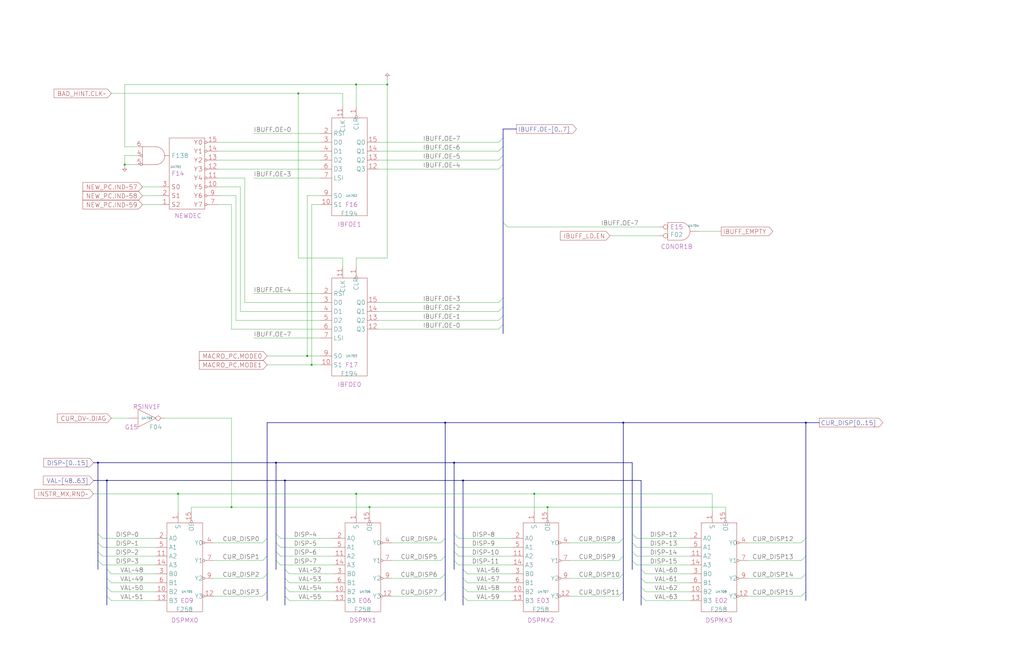
<source format=kicad_sch>
(kicad_sch (version 20250114) (generator "eeschema") (generator_version "9.0")
  (paper "User" 584.2 378.46)
  (title_block (title "IBUFF OE'S & DISP SELECT") (date "22-MAY-90") (rev "1.0") (comment 1 "SEQUENCER") (comment 2 "232-003064") (comment 3 "S400") (comment 4 "RELEASED"))
  (lib_symbols
    (symbol "r1000:F02" (pin_numbers (hide yes)) (pin_names (hide yes))
      (property "Reference" "U" (at 12.16 0.635 0))
      (property "Value" "F02" (at -1.27 -4.445 0))
      (property "Location" "___" (at 2.54 0 0))
      (property "Name" "______" (at 2.54 -12.7 0))
      (symbol "F02_0_1"
        (arc (start -3.81 2.54) (mid -2.9847 -2.54) (end -3.81 -7.62) (stroke (width 0.1524)))
        (polyline (pts (xy -5.08 0) (xy -3.175 0)) (stroke (width 0.1524)))
        (polyline (pts (xy -5.08 -5.08) (xy -3.175 -5.08)) (stroke (width 0.1524)))
        (polyline (pts (xy -3.81 2.54) (xy 2.54 2.54)) (stroke (width 0.1524)))
        (polyline (pts (xy -3.81 -7.62) (xy 2.54 -7.62)) (stroke (width 0.1524)))
        (arc (start 2.54 2.54) (mid 6.9477 0.8966) (end 10.16 -2.54) (stroke (width 0.1524)))
        (arc (start 10.16 -2.54) (mid 6.9515 -5.9823) (end 2.54 -7.62) (stroke (width 0.1524)))
        (circle (center 11.43 -2.54) (radius 1.27) (stroke (width 0.1524)))
        (polyline (pts (xy 13.97 -2.54) (xy 12.7 -2.54)) (stroke (width 0.1524)))
      )
      (symbol "F02_0_2"
        (circle (center -3.81 0) (radius 1.27) (stroke (width 0.1524)))
        (circle (center -3.81 -5.08) (radius 1.27) (stroke (width 0.1524)))
        (polyline (pts (xy -2.54 2.54) (xy -2.54 -7.62)) (stroke (width 0.1524)))
        (polyline (pts (xy -2.54 2.54) (xy 5.08 2.54)) (stroke (width 0.1524)))
        (polyline (pts (xy -2.54 -7.62) (xy 5.08 -7.62)) (stroke (width 0.1524)))
        (arc (start 5.08 2.54) (mid 10.1281 -2.54) (end 5.08 -7.62) (stroke (width 0.1524)))
        (polyline (pts (xy 11.43 -2.54) (xy 10.16 -2.54)) (stroke (width 0.1524)))
        (polyline (pts (xy 11.43 -2.54) (xy 12.7 -2.54)) (stroke (width 0.1524)))
      )
      (symbol "F02_1_1"
        (pin input line (at -7.62 0 0) (length 2.54) (name "D0") (number "1"))
        (pin input line (at -7.62 -5.08 0) (length 2.54) (name "D1") (number "2"))
        (pin output line (at 15.24 -2.54 180) (length 1.27) (name "Q") (number "3"))
      )
      (symbol "F02_1_2"
        (pin input line (at -7.62 0 0) (length 2.54) (name "D0") (number "1"))
        (pin input line (at -7.62 -5.08 0) (length 2.54) (name "D1") (number "2"))
        (pin output line (at 15.24 -2.54 180) (length 2.54) (name "Q") (number "3"))
      )
    )
    (symbol "r1000:F04" (pin_numbers (hide yes)) (pin_names (hide yes))
      (property "Reference" "U" (at 0 0 0))
      (property "Value" "F04" (at 1.27 -5.08 0))
      (property "Location" "___" (at -12.7 -5.08 0))
      (property "Name" "______" (at 0 5.08 0))
      (symbol "F04_0_1"
        (polyline (pts (xy -7.62 0) (xy -5.08 0)) (stroke (width 0.1524)))
        (polyline (pts (xy -5.08 5.08) (xy -5.08 -5.08)) (stroke (width 0.1524)))
        (polyline (pts (xy 5.08 0) (xy -5.08 5.08)) (stroke (width 0.1524)))
        (polyline (pts (xy 5.08 0) (xy -5.08 -5.08)) (stroke (width 0.1524)))
        (circle (center 6.35 0) (radius 1.27) (stroke (width 0.1524)))
      )
      (symbol "F04_1_1"
        (pin input line (at -10.16 0 0) (length 2.54) (name "D0") (number "1"))
        (pin output line (at 10.16 0 180) (length 2.54) (name "Q") (number "2"))
      )
    )
    (symbol "r1000:F138" (pin_names (offset 1.016) (hide yes))
      (property "Reference" "U" (at 1.27 3.81 0))
      (property "Value" "F138" (at -1.27 10.16 0))
      (property "Location" "___" (at -1.27 0 0))
      (property "Name" "______" (at 8.255 -24.13 0))
      (symbol "F138_0_0"
        (polyline (pts (xy -17.78 15.24) (xy -10.16 15.24)) (stroke (width 0.1524)))
        (polyline (pts (xy -17.78 5.08) (xy -10.16 5.08)) (stroke (width 0.1524)))
        (arc (start -10.16 15.24) (mid -6.5679 13.7521) (end -5.08 10.16) (stroke (width 0.1524)))
        (arc (start -5.08 10.16) (mid -6.5679 6.5679) (end -10.16 5.08) (stroke (width 0.1524)))
      )
      (symbol "F138_0_1"
        (polyline (pts (xy -19.05 15.24) (xy -17.78 15.24)) (stroke (width 0.1524)))
        (circle (center -18.415 10.16) (radius 0.635) (stroke (width 0.1524)))
        (circle (center -18.415 5.08) (radius 0.635) (stroke (width 0.1524)))
        (polyline (pts (xy -17.78 15.24) (xy -17.78 5.08)) (stroke (width 0.1524)))
        (rectangle (start -2.54 20.32) (end 17.78 -20.32) (stroke (width 0.1524)))
        (polyline (pts (xy -2.54 10.16) (xy -5.08 10.16)) (stroke (width 0.1524)))
      )
      (symbol "F138_1_1"
        (circle (center 18.415 17.78) (radius 0.635))
        (circle (center 18.415 12.7) (radius 0.635))
        (circle (center 18.415 7.62) (radius 0.635))
        (circle (center 18.415 2.54) (radius 0.635))
        (circle (center 18.415 -2.54) (radius 0.635))
        (circle (center 18.415 -7.62) (radius 0.635))
        (circle (center 18.415 -12.7) (radius 0.635))
        (circle (center 18.415 -17.78) (radius 0.635))
        (text "S" (at 0 -7.62 0) (effects (font (size 2.54 2.54))))
        (text "S" (at 0 -12.7 0) (effects (font (size 2.54 2.54))))
        (text "S" (at 0 -17.78 0) (effects (font (size 2.54 2.54))))
        (text "0" (at 2.54 -7.62 0) (effects (font (size 2.54 2.54))))
        (text "1" (at 2.54 -12.7 0) (effects (font (size 2.54 2.54))))
        (text "2" (at 2.54 -17.78 0) (effects (font (size 2.54 2.54))))
        (text "Y" (at 12.7 17.78 0) (effects (font (size 2.54 2.54))))
        (text "Y" (at 12.7 12.7 0) (effects (font (size 2.54 2.54))))
        (text "Y" (at 12.7 7.62 0) (effects (font (size 2.54 2.54))))
        (text "Y" (at 12.7 2.54 0) (effects (font (size 2.54 2.54))))
        (text "Y" (at 12.7 -2.54 0) (effects (font (size 2.54 2.54))))
        (text "Y" (at 12.7 -7.62 0) (effects (font (size 2.54 2.54))))
        (text "Y" (at 12.7 -12.7 0) (effects (font (size 2.54 2.54))))
        (text "Y" (at 12.7 -17.78 0) (effects (font (size 2.54 2.54))))
        (text "0" (at 15.24 17.78 0) (effects (font (size 2.54 2.54))))
        (text "1" (at 15.24 12.7 0) (effects (font (size 2.54 2.54))))
        (text "2" (at 15.24 7.62 0) (effects (font (size 2.54 2.54))))
        (text "3" (at 15.24 2.54 0) (effects (font (size 2.54 2.54))))
        (text "4" (at 15.24 -2.54 0) (effects (font (size 2.54 2.54))))
        (text "5" (at 15.24 -7.62 0) (effects (font (size 2.54 2.54))))
        (text "6" (at 15.24 -12.7 0) (effects (font (size 2.54 2.54))))
        (text "7" (at 15.24 -17.78 0) (effects (font (size 2.54 2.54))))
        (pin input line (at -20.32 15.24 0) (length 1.27) (name "D0") (number "6"))
        (pin input line (at -20.32 10.16 0) (length 1.27) (name "D1") (number "4"))
        (pin input line (at -20.32 5.08 0) (length 1.27) (name "D2") (number "5"))
        (pin input line (at -7.62 -7.62 0) (length 5.08) (name "S0") (number "3"))
        (pin input line (at -7.62 -12.7 0) (length 5.08) (name "S1") (number "2"))
        (pin input line (at -7.62 -17.78 0) (length 5.08) (name "S2") (number "1"))
        (pin output line (at 25.4 17.78 180) (length 6.35) (name "Y0_") (number "15"))
        (pin output line (at 25.4 12.7 180) (length 6.35) (name "Y1_") (number "14"))
        (pin output line (at 25.4 7.62 180) (length 6.35) (name "Y2_") (number "13"))
        (pin output line (at 25.4 2.54 180) (length 6.35) (name "Y3_") (number "12"))
        (pin output line (at 25.4 -2.54 180) (length 6.35) (name "Y4_") (number "11"))
        (pin output line (at 25.4 -7.62 180) (length 6.35) (name "Y5_") (number "10"))
        (pin output line (at 25.4 -12.7 180) (length 6.35) (name "Y6_") (number "9"))
        (pin output line (at 25.4 -17.78 180) (length 6.35) (name "Y7_") (number "7"))
      )
    )
    (symbol "r1000:F194" (pin_names (offset 1.016))
      (property "Reference" "U" (at 2.54 5.08 0))
      (property "Value" "F194" (at -3.81 -5.08 0))
      (property "Location" "___" (at -1.27 0 0))
      (property "Name" "______" (at 1.27 -12.7 0))
      (symbol "F194_1_1"
        (rectangle (start -8.89 49.53) (end 11.43 -6.35))
        (circle (center 5.08 50.165) (radius 0.635))
        (pin input line (at -15.24 40.64 0) (length 6.35) (name "RSI") (number "2"))
        (pin input line (at -15.24 35.56 0) (length 6.35) (name "D0") (number "3"))
        (pin input line (at -15.24 30.48 0) (length 6.35) (name "D1") (number "4"))
        (pin input line (at -15.24 25.4 0) (length 6.35) (name "D2") (number "5"))
        (pin input line (at -15.24 20.32 0) (length 6.35) (name "D3") (number "6"))
        (pin input line (at -15.24 15.24 0) (length 6.35) (name "LSI") (number "7"))
        (pin input line (at -15.24 5.08 0) (length 6.35) (name "S0") (number "9"))
        (pin input line (at -15.24 0 0) (length 6.35) (name "S1") (number "10"))
        (pin input line (at -2.54 55.88 270) (length 6.35) (name "CLK") (number "11"))
        (pin input line (at 5.08 55.88 270) (length 5.08) (name "CLR") (number "1"))
        (pin output line (at 17.78 35.56 180) (length 6.35) (name "Q0") (number "15"))
        (pin output line (at 17.78 30.48 180) (length 6.35) (name "Q1") (number "14"))
        (pin output line (at 17.78 25.4 180) (length 6.35) (name "Q2") (number "13"))
        (pin output line (at 17.78 20.32 180) (length 6.35) (name "Q3") (number "12"))
      )
    )
    (symbol "r1000:F258" (pin_names (offset 1.016))
      (property "Reference" "U" (at 2.54 5.08 0))
      (property "Value" "F258" (at -3.81 -5.08 0))
      (property "Location" "___" (at -1.27 0 0))
      (property "Name" "______" (at 1.27 -12.7 0))
      (symbol "F258_1_1"
        (rectangle (start -8.89 44.45) (end 11.43 -6.35))
        (circle (center 5.08 45.085) (radius 0.635))
        (circle (center 12.065 33.02) (radius 0.635))
        (circle (center 12.065 22.86) (radius 0.635))
        (circle (center 12.065 12.7) (radius 0.635))
        (circle (center 12.065 2.54) (radius 0.635))
        (pin input line (at -15.24 35.56 0) (length 6.35) (name "A0") (number "2"))
        (pin input line (at -15.24 30.48 0) (length 6.35) (name "A1") (number "5"))
        (pin input line (at -15.24 25.4 0) (length 6.35) (name "A2") (number "11"))
        (pin input line (at -15.24 20.32 0) (length 6.35) (name "A3") (number "14"))
        (pin input line (at -15.24 15.24 0) (length 6.35) (name "B0") (number "3"))
        (pin input line (at -15.24 10.16 0) (length 6.35) (name "B1") (number "6"))
        (pin input line (at -15.24 5.08 0) (length 6.35) (name "B2") (number "10"))
        (pin input line (at -15.24 0 0) (length 6.35) (name "B3") (number "13"))
        (pin input line (at -2.54 50.8 270) (length 6.35) (name "S") (number "1"))
        (pin input line (at 5.08 50.8 270) (length 5.08) (name "OE") (number "15"))
        (pin tri_state line (at 17.78 33.02 180) (length 5.08) (name "Y0") (number "4"))
        (pin tri_state line (at 17.78 22.86 180) (length 5.08) (name "Y1") (number "7"))
        (pin tri_state line (at 17.78 12.7 180) (length 5.08) (name "Y2") (number "9"))
        (pin tri_state line (at 17.78 2.54 180) (length 5.08) (name "Y3") (number "12"))
      )
    )
    (symbol "r1000:PD" (power) (pin_numbers (hide yes)) (pin_names (hide yes)) (in_bom no)
      (symbol "PD_0_1"
        (polyline (pts (xy 0 -2.54) (xy 1.27 -2.54) (xy 0 -3.81) (xy -1.27 -2.54) (xy 0 -2.54)) (stroke (width 0.1524)))
      )
      (symbol "PD_1_1"
        (pin power_in line (at 0 0 270) (length 2.54) (name "PD") (number "1"))
      )
    )
    (symbol "r1000:PU" (power) (pin_numbers (hide yes)) (pin_names (hide yes))
      (symbol "PU_0_1"
        (polyline (pts (xy 0 2.54) (xy -1.27 2.54) (xy 0 3.81) (xy 1.27 2.54) (xy 0 2.54)) (stroke (width 0.1524)))
      )
      (symbol "PU_1_1"
        (pin power_in line (at 0 0 90) (length 2.54) (name "PU") (number "1"))
      )
    )
  )
  (junction (at 55.88 264.16))
  (junction (at 203.2 281.94))
  (junction (at 175.26 203.2))
  (junction (at 60.96 274.32))
  (junction (at 312.42 289.56))
  (junction (at 101.6 281.94))
  (junction (at 355.6 241.3))
  (junction (at 459.74 241.3))
  (junction (at 210.82 289.56))
  (junction (at 254 241.3))
  (junction (at 157.48 264.16))
  (junction (at 162.56 274.32))
  (junction (at 304.8 281.94))
  (junction (at 170.18 53.34))
  (junction (at 203.2 48.26))
  (junction (at 71.12 93.98))
  (junction (at 220.98 48.26))
  (junction (at 132.08 289.56))
  (junction (at 177.8 208.28))
  (junction (at 259.08 264.16))
  (junction (at 264.16 274.32))
  (bus_entry (at 162.56 330.2) (size 2.54 2.54))
  (bus_entry (at 55.88 309.88) (size 2.54 2.54))
  (bus_entry (at 60.96 330.2) (size 2.54 2.54))
  (bus_entry (at 55.88 304.8) (size 2.54 2.54))
  (bus_entry (at 355.6 317.5) (size -2.54 2.54))
  (bus_entry (at 157.48 314.96) (size 2.54 2.54))
  (bus_entry (at 287.02 175.26) (size -2.54 2.54))
  (bus_entry (at 259.08 320.04) (size 2.54 2.54))
  (bus_entry (at 55.88 314.96) (size 2.54 2.54))
  (bus_entry (at 259.08 304.8) (size 2.54 2.54))
  (bus_entry (at 287.02 93.98) (size -2.54 2.54))
  (bus_entry (at 365.76 325.12) (size 2.54 2.54))
  (bus_entry (at 60.96 335.28) (size 2.54 2.54))
  (bus_entry (at 162.56 325.12) (size 2.54 2.54))
  (bus_entry (at 355.6 307.34) (size -2.54 2.54))
  (bus_entry (at 459.74 307.34) (size -2.54 2.54))
  (bus_entry (at 360.68 304.8) (size 2.54 2.54))
  (bus_entry (at 259.08 314.96) (size 2.54 2.54))
  (bus_entry (at 459.74 337.82) (size -2.54 2.54))
  (bus_entry (at 287.02 127) (size 2.54 2.54))
  (bus_entry (at 360.68 309.88) (size 2.54 2.54))
  (bus_entry (at 254 337.82) (size -2.54 2.54))
  (bus_entry (at 287.02 185.42) (size -2.54 2.54))
  (bus_entry (at 264.16 335.28) (size 2.54 2.54))
  (bus_entry (at 254 307.34) (size -2.54 2.54))
  (bus_entry (at 360.68 314.96) (size 2.54 2.54))
  (bus_entry (at 355.6 337.82) (size -2.54 2.54))
  (bus_entry (at 152.4 307.34) (size -2.54 2.54))
  (bus_entry (at 459.74 317.5) (size -2.54 2.54))
  (bus_entry (at 152.4 337.82) (size -2.54 2.54))
  (bus_entry (at 360.68 320.04) (size 2.54 2.54))
  (bus_entry (at 157.48 320.04) (size 2.54 2.54))
  (bus_entry (at 254 317.5) (size -2.54 2.54))
  (bus_entry (at 287.02 180.34) (size -2.54 2.54))
  (bus_entry (at 162.56 335.28) (size 2.54 2.54))
  (bus_entry (at 55.88 320.04) (size 2.54 2.54))
  (bus_entry (at 365.76 340.36) (size 2.54 2.54))
  (bus_entry (at 287.02 83.82) (size -2.54 2.54))
  (bus_entry (at 254 327.66) (size -2.54 2.54))
  (bus_entry (at 287.02 170.18) (size -2.54 2.54))
  (bus_entry (at 287.02 88.9) (size -2.54 2.54))
  (bus_entry (at 152.4 317.5) (size -2.54 2.54))
  (bus_entry (at 459.74 327.66) (size -2.54 2.54))
  (bus_entry (at 60.96 325.12) (size 2.54 2.54))
  (bus_entry (at 264.16 340.36) (size 2.54 2.54))
  (bus_entry (at 157.48 309.88) (size 2.54 2.54))
  (bus_entry (at 152.4 327.66) (size -2.54 2.54))
  (bus_entry (at 287.02 78.74) (size -2.54 2.54))
  (bus_entry (at 365.76 335.28) (size 2.54 2.54))
  (bus_entry (at 259.08 309.88) (size 2.54 2.54))
  (bus_entry (at 264.16 330.2) (size 2.54 2.54))
  (bus_entry (at 355.6 327.66) (size -2.54 2.54))
  (bus_entry (at 60.96 340.36) (size 2.54 2.54))
  (bus_entry (at 264.16 325.12) (size 2.54 2.54))
  (bus_entry (at 157.48 304.8) (size 2.54 2.54))
  (bus_entry (at 365.76 330.2) (size 2.54 2.54))
  (bus_entry (at 162.56 340.36) (size 2.54 2.54))
  (bus (pts (xy 355.6 307.34) (xy 355.6 317.5)))
  (wire (pts (xy 195.58 152.4) (xy 195.58 147.32)))
  (bus (pts (xy 152.4 327.66) (xy 152.4 337.82)))
  (wire (pts (xy 137.16 106.68) (xy 137.16 177.8)))
  (wire (pts (xy 368.3 342.9) (xy 393.7 342.9)))
  (bus (pts (xy 259.08 309.88) (xy 259.08 314.96)))
  (bus (pts (xy 365.76 274.32) (xy 365.76 325.12)))
  (bus (pts (xy 287.02 88.9) (xy 287.02 93.98)))
  (wire (pts (xy 109.22 289.56) (xy 132.08 289.56)))
  (wire (pts (xy 210.82 289.56) (xy 312.42 289.56)))
  (wire (pts (xy 58.42 307.34) (xy 88.9 307.34)))
  (wire (pts (xy 121.92 320.04) (xy 149.86 320.04)))
  (bus (pts (xy 55.88 264.16) (xy 55.88 304.8)))
  (wire (pts (xy 195.58 53.34) (xy 195.58 60.96)))
  (bus (pts (xy 355.6 241.3) (xy 459.74 241.3)))
  (wire (pts (xy 203.2 281.94) (xy 304.8 281.94)))
  (bus (pts (xy 264.16 330.2) (xy 264.16 335.28)))
  (wire (pts (xy 223.52 309.88) (xy 251.46 309.88)))
  (wire (pts (xy 203.2 147.32) (xy 220.98 147.32)))
  (wire (pts (xy 53.34 281.94) (xy 101.6 281.94)))
  (wire (pts (xy 223.52 330.2) (xy 251.46 330.2)))
  (wire (pts (xy 58.42 322.58) (xy 88.9 322.58)))
  (bus (pts (xy 287.02 73.66) (xy 294.64 73.66)))
  (bus (pts (xy 259.08 264.16) (xy 360.68 264.16)))
  (wire (pts (xy 304.8 281.94) (xy 304.8 292.1)))
  (bus (pts (xy 152.4 241.3) (xy 254 241.3)))
  (wire (pts (xy 170.18 53.34) (xy 170.18 147.32)))
  (wire (pts (xy 63.5 332.74) (xy 88.9 332.74)))
  (wire (pts (xy 78.74 83.82) (xy 71.12 83.82)))
  (wire (pts (xy 368.3 327.66) (xy 393.7 327.66)))
  (bus (pts (xy 360.68 320.04) (xy 360.68 325.12)))
  (wire (pts (xy 160.02 322.58) (xy 190.5 322.58)))
  (bus (pts (xy 152.4 337.82) (xy 152.4 342.9)))
  (wire (pts (xy 165.1 332.74) (xy 190.5 332.74)))
  (wire (pts (xy 215.9 177.8) (xy 284.48 177.8)))
  (bus (pts (xy 355.6 241.3) (xy 355.6 307.34)))
  (wire (pts (xy 81.28 111.76) (xy 91.44 111.76)))
  (wire (pts (xy 406.4 281.94) (xy 406.4 292.1)))
  (wire (pts (xy 182.88 111.76) (xy 175.26 111.76)))
  (bus (pts (xy 60.96 274.32) (xy 60.96 325.12)))
  (wire (pts (xy 81.28 116.84) (xy 91.44 116.84)))
  (wire (pts (xy 215.9 96.52) (xy 284.48 96.52)))
  (wire (pts (xy 63.5 337.82) (xy 88.9 337.82)))
  (bus (pts (xy 55.88 320.04) (xy 55.88 325.12)))
  (wire (pts (xy 137.16 177.8) (xy 182.88 177.8)))
  (wire (pts (xy 426.72 340.36) (xy 457.2 340.36)))
  (wire (pts (xy 220.98 48.26) (xy 220.98 147.32)))
  (bus (pts (xy 287.02 83.82) (xy 287.02 88.9)))
  (bus (pts (xy 355.6 317.5) (xy 355.6 327.66)))
  (wire (pts (xy 160.02 312.42) (xy 190.5 312.42)))
  (wire (pts (xy 124.46 81.28) (xy 182.88 81.28)))
  (wire (pts (xy 101.6 281.94) (xy 101.6 292.1)))
  (wire (pts (xy 195.58 147.32) (xy 170.18 147.32)))
  (wire (pts (xy 266.7 342.9) (xy 292.1 342.9)))
  (wire (pts (xy 170.18 53.34) (xy 195.58 53.34)))
  (bus (pts (xy 53.34 264.16) (xy 55.88 264.16)))
  (bus (pts (xy 55.88 314.96) (xy 55.88 320.04)))
  (bus (pts (xy 254 317.5) (xy 254 327.66)))
  (wire (pts (xy 165.1 337.82) (xy 190.5 337.82)))
  (wire (pts (xy 152.4 208.28) (xy 177.8 208.28)))
  (wire (pts (xy 182.88 116.84) (xy 177.8 116.84)))
  (wire (pts (xy 124.46 96.52) (xy 182.88 96.52)))
  (bus (pts (xy 287.02 127) (xy 287.02 170.18)))
  (wire (pts (xy 132.08 238.76) (xy 132.08 289.56)))
  (bus (pts (xy 287.02 170.18) (xy 287.02 175.26)))
  (wire (pts (xy 261.62 312.42) (xy 292.1 312.42)))
  (bus (pts (xy 287.02 73.66) (xy 287.02 78.74)))
  (bus (pts (xy 360.68 314.96) (xy 360.68 320.04)))
  (bus (pts (xy 264.16 340.36) (xy 264.16 345.44)))
  (bus (pts (xy 459.74 307.34) (xy 459.74 317.5)))
  (wire (pts (xy 203.2 60.96) (xy 203.2 48.26)))
  (bus (pts (xy 157.48 304.8) (xy 157.48 309.88)))
  (wire (pts (xy 398.78 132.08) (xy 411.48 132.08)))
  (wire (pts (xy 215.9 81.28) (xy 284.48 81.28)))
  (bus (pts (xy 55.88 309.88) (xy 55.88 314.96)))
  (wire (pts (xy 325.12 330.2) (xy 353.06 330.2)))
  (wire (pts (xy 165.1 327.66) (xy 190.5 327.66)))
  (wire (pts (xy 124.46 116.84) (xy 132.08 116.84)))
  (wire (pts (xy 203.2 48.26) (xy 220.98 48.26)))
  (bus (pts (xy 152.4 317.5) (xy 152.4 327.66)))
  (wire (pts (xy 121.92 340.36) (xy 149.86 340.36)))
  (wire (pts (xy 414.02 289.56) (xy 414.02 292.1)))
  (wire (pts (xy 175.26 203.2) (xy 182.88 203.2)))
  (wire (pts (xy 152.4 203.2) (xy 175.26 203.2)))
  (wire (pts (xy 132.08 187.96) (xy 182.88 187.96)))
  (bus (pts (xy 162.56 325.12) (xy 162.56 330.2)))
  (bus (pts (xy 365.76 325.12) (xy 365.76 330.2)))
  (bus (pts (xy 157.48 314.96) (xy 157.48 320.04)))
  (wire (pts (xy 71.12 48.26) (xy 203.2 48.26)))
  (bus (pts (xy 162.56 274.32) (xy 264.16 274.32)))
  (wire (pts (xy 132.08 116.84) (xy 132.08 187.96)))
  (wire (pts (xy 160.02 317.5) (xy 190.5 317.5)))
  (wire (pts (xy 363.22 322.58) (xy 393.7 322.58)))
  (bus (pts (xy 254 307.34) (xy 254 317.5)))
  (wire (pts (xy 63.5 327.66) (xy 88.9 327.66)))
  (wire (pts (xy 175.26 111.76) (xy 175.26 203.2)))
  (bus (pts (xy 287.02 93.98) (xy 287.02 127)))
  (bus (pts (xy 259.08 264.16) (xy 259.08 304.8)))
  (bus (pts (xy 162.56 335.28) (xy 162.56 340.36)))
  (wire (pts (xy 93.98 238.76) (xy 132.08 238.76)))
  (wire (pts (xy 363.22 317.5) (xy 393.7 317.5)))
  (wire (pts (xy 261.62 317.5) (xy 292.1 317.5)))
  (bus (pts (xy 287.02 180.34) (xy 287.02 185.42)))
  (wire (pts (xy 426.72 330.2) (xy 457.2 330.2)))
  (wire (pts (xy 81.28 106.68) (xy 91.44 106.68)))
  (bus (pts (xy 55.88 304.8) (xy 55.88 309.88)))
  (wire (pts (xy 58.42 312.42) (xy 88.9 312.42)))
  (wire (pts (xy 124.46 111.76) (xy 134.62 111.76)))
  (wire (pts (xy 58.42 317.5) (xy 88.9 317.5)))
  (bus (pts (xy 365.76 335.28) (xy 365.76 340.36)))
  (bus (pts (xy 53.34 274.32) (xy 60.96 274.32)))
  (bus (pts (xy 287.02 78.74) (xy 287.02 83.82)))
  (wire (pts (xy 203.2 281.94) (xy 203.2 292.1)))
  (wire (pts (xy 71.12 83.82) (xy 71.12 48.26)))
  (bus (pts (xy 254 241.3) (xy 355.6 241.3)))
  (wire (pts (xy 215.9 172.72) (xy 284.48 172.72)))
  (wire (pts (xy 109.22 289.56) (xy 109.22 292.1)))
  (bus (pts (xy 259.08 314.96) (xy 259.08 320.04)))
  (wire (pts (xy 363.22 307.34) (xy 393.7 307.34)))
  (bus (pts (xy 60.96 330.2) (xy 60.96 335.28)))
  (wire (pts (xy 144.78 167.64) (xy 182.88 167.64)))
  (bus (pts (xy 254 327.66) (xy 254 337.82)))
  (wire (pts (xy 347.98 134.62) (xy 375.92 134.62)))
  (wire (pts (xy 368.3 332.74) (xy 393.7 332.74)))
  (wire (pts (xy 266.7 332.74) (xy 292.1 332.74)))
  (wire (pts (xy 289.56 129.54) (xy 375.92 129.54)))
  (wire (pts (xy 312.42 289.56) (xy 312.42 292.1)))
  (bus (pts (xy 355.6 327.66) (xy 355.6 337.82)))
  (bus (pts (xy 264.16 274.32) (xy 365.76 274.32)))
  (bus (pts (xy 259.08 320.04) (xy 259.08 325.12)))
  (wire (pts (xy 124.46 91.44) (xy 182.88 91.44)))
  (wire (pts (xy 121.92 330.2) (xy 149.86 330.2)))
  (wire (pts (xy 124.46 86.36) (xy 182.88 86.36)))
  (wire (pts (xy 215.9 182.88) (xy 284.48 182.88)))
  (wire (pts (xy 215.9 91.44) (xy 284.48 91.44)))
  (bus (pts (xy 157.48 264.16) (xy 157.48 304.8)))
  (wire (pts (xy 144.78 193.04) (xy 182.88 193.04)))
  (bus (pts (xy 162.56 340.36) (xy 162.56 345.44)))
  (wire (pts (xy 78.74 88.9) (xy 71.12 88.9)))
  (wire (pts (xy 124.46 101.6) (xy 139.7 101.6)))
  (bus (pts (xy 60.96 325.12) (xy 60.96 330.2)))
  (wire (pts (xy 304.8 281.94) (xy 406.4 281.94)))
  (wire (pts (xy 325.12 340.36) (xy 353.06 340.36)))
  (bus (pts (xy 152.4 307.34) (xy 152.4 317.5)))
  (wire (pts (xy 177.8 208.28) (xy 182.88 208.28)))
  (bus (pts (xy 157.48 309.88) (xy 157.48 314.96)))
  (wire (pts (xy 63.5 238.76) (xy 73.66 238.76)))
  (wire (pts (xy 210.82 289.56) (xy 210.82 292.1)))
  (wire (pts (xy 215.9 187.96) (xy 284.48 187.96)))
  (bus (pts (xy 162.56 274.32) (xy 162.56 325.12)))
  (wire (pts (xy 124.46 106.68) (xy 137.16 106.68)))
  (wire (pts (xy 177.8 116.84) (xy 177.8 208.28)))
  (bus (pts (xy 355.6 337.82) (xy 355.6 342.9)))
  (bus (pts (xy 360.68 304.8) (xy 360.68 309.88)))
  (bus (pts (xy 152.4 241.3) (xy 152.4 307.34)))
  (bus (pts (xy 264.16 335.28) (xy 264.16 340.36)))
  (wire (pts (xy 266.7 327.66) (xy 292.1 327.66)))
  (bus (pts (xy 259.08 304.8) (xy 259.08 309.88)))
  (bus (pts (xy 55.88 264.16) (xy 157.48 264.16)))
  (wire (pts (xy 121.92 309.88) (xy 149.86 309.88)))
  (bus (pts (xy 264.16 325.12) (xy 264.16 330.2)))
  (bus (pts (xy 360.68 264.16) (xy 360.68 304.8)))
  (wire (pts (xy 203.2 152.4) (xy 203.2 147.32)))
  (bus (pts (xy 157.48 320.04) (xy 157.48 325.12)))
  (bus (pts (xy 459.74 241.3) (xy 459.74 307.34)))
  (bus (pts (xy 287.02 175.26) (xy 287.02 180.34)))
  (wire (pts (xy 134.62 111.76) (xy 134.62 182.88)))
  (wire (pts (xy 134.62 182.88) (xy 182.88 182.88)))
  (bus (pts (xy 60.96 274.32) (xy 162.56 274.32)))
  (bus (pts (xy 287.02 185.42) (xy 287.02 190.5)))
  (bus (pts (xy 459.74 317.5) (xy 459.74 327.66)))
  (bus (pts (xy 365.76 340.36) (xy 365.76 345.44)))
  (wire (pts (xy 325.12 320.04) (xy 353.06 320.04)))
  (wire (pts (xy 368.3 337.82) (xy 393.7 337.82)))
  (wire (pts (xy 325.12 309.88) (xy 353.06 309.88)))
  (wire (pts (xy 261.62 307.34) (xy 292.1 307.34)))
  (wire (pts (xy 101.6 281.94) (xy 203.2 281.94)))
  (wire (pts (xy 223.52 320.04) (xy 251.46 320.04)))
  (wire (pts (xy 215.9 86.36) (xy 284.48 86.36)))
  (wire (pts (xy 139.7 101.6) (xy 139.7 172.72)))
  (wire (pts (xy 139.7 172.72) (xy 182.88 172.72)))
  (bus (pts (xy 254 241.3) (xy 254 307.34)))
  (wire (pts (xy 63.5 342.9) (xy 88.9 342.9)))
  (bus (pts (xy 459.74 337.82) (xy 459.74 342.9)))
  (wire (pts (xy 165.1 342.9) (xy 190.5 342.9)))
  (wire (pts (xy 426.72 309.88) (xy 457.2 309.88)))
  (bus (pts (xy 157.48 264.16) (xy 259.08 264.16)))
  (wire (pts (xy 144.78 76.2) (xy 182.88 76.2)))
  (wire (pts (xy 363.22 312.42) (xy 393.7 312.42)))
  (wire (pts (xy 261.62 322.58) (xy 292.1 322.58)))
  (bus (pts (xy 264.16 274.32) (xy 264.16 325.12)))
  (wire (pts (xy 144.78 101.6) (xy 182.88 101.6)))
  (bus (pts (xy 459.74 327.66) (xy 459.74 337.82)))
  (bus (pts (xy 60.96 335.28) (xy 60.96 340.36)))
  (bus (pts (xy 459.74 241.3) (xy 467.36 241.3)))
  (bus (pts (xy 254 337.82) (xy 254 342.9)))
  (wire (pts (xy 426.72 320.04) (xy 457.2 320.04)))
  (wire (pts (xy 223.52 340.36) (xy 251.46 340.36)))
  (wire (pts (xy 266.7 337.82) (xy 292.1 337.82)))
  (wire (pts (xy 220.98 45.72) (xy 220.98 48.26)))
  (wire (pts (xy 132.08 289.56) (xy 210.82 289.56)))
  (wire (pts (xy 71.12 93.98) (xy 78.74 93.98)))
  (bus (pts (xy 60.96 340.36) (xy 60.96 345.44)))
  (wire (pts (xy 63.5 53.34) (xy 170.18 53.34)))
  (bus (pts (xy 360.68 309.88) (xy 360.68 314.96)))
  (wire (pts (xy 71.12 88.9) (xy 71.12 93.98)))
  (wire (pts (xy 160.02 307.34) (xy 190.5 307.34)))
  (bus (pts (xy 162.56 330.2) (xy 162.56 335.28)))
  (bus (pts (xy 365.76 330.2) (xy 365.76 335.28)))
  (wire (pts (xy 312.42 289.56) (xy 414.02 289.56)))
  (label "IBUFF.OE~3" (at 144.78 101.6 0) (effects (font (size 2.54 2.54))))
  (label "IBUFF.OE~0" (at 144.78 76.2 0) (effects (font (size 2.54 2.54))))
  (label "CUR_DISP9" (at 330.2 320.04 0) (effects (font (size 2.54 2.54))))
  (label "IBUFF.OE~4" (at 241.3 96.52 0) (effects (font (size 2.54 2.54))))
  (label "CUR_DISP5" (at 228.6 320.04 0) (effects (font (size 2.54 2.54))))
  (label "DISP~10" (at 269.24 317.5 0) (effects (font (size 2.54 2.54))))
  (label "DISP~11" (at 269.24 322.58 0) (effects (font (size 2.54 2.54))))
  (label "CUR_DISP12" (at 429.26 309.88 0) (effects (font (size 2.54 2.54))))
  (label "VAL~61" (at 373.38 332.74 0) (effects (font (size 2.54 2.54))))
  (label "IBUFF.OE~4" (at 144.78 167.64 0) (effects (font (size 2.54 2.54))))
  (label "DISP~7" (at 167.64 322.58 0) (effects (font (size 2.54 2.54))))
  (label "DISP~2" (at 66.04 317.5 0) (effects (font (size 2.54 2.54))))
  (label "VAL~58" (at 271.78 337.82 0) (effects (font (size 2.54 2.54))))
  (label "DISP~9" (at 269.24 312.42 0) (effects (font (size 2.54 2.54))))
  (label "CUR_DISP13" (at 429.26 320.04 0) (effects (font (size 2.54 2.54))))
  (label "CUR_DISP14" (at 429.26 330.2 0) (effects (font (size 2.54 2.54))))
  (label "VAL~57" (at 271.78 332.74 0) (effects (font (size 2.54 2.54))))
  (label "DISP~4" (at 167.64 307.34 0) (effects (font (size 2.54 2.54))))
  (label "CUR_DISP7" (at 228.6 340.36 0) (effects (font (size 2.54 2.54))))
  (label "CUR_DISP8" (at 330.2 309.88 0) (effects (font (size 2.54 2.54))))
  (label "VAL~55" (at 170.18 342.9 0) (effects (font (size 2.54 2.54))))
  (label "CUR_DISP4" (at 228.6 309.88 0) (effects (font (size 2.54 2.54))))
  (label "CUR_DISP2" (at 127 330.2 0) (effects (font (size 2.54 2.54))))
  (label "IBUFF.OE~7" (at 241.3 81.28 0) (effects (font (size 2.54 2.54))))
  (label "DISP~6" (at 167.64 317.5 0) (effects (font (size 2.54 2.54))))
  (label "DISP~12" (at 370.84 307.34 0) (effects (font (size 2.54 2.54))))
  (label "IBUFF.OE~3" (at 241.3 172.72 0) (effects (font (size 2.54 2.54))))
  (label "VAL~54" (at 170.18 337.82 0) (effects (font (size 2.54 2.54))))
  (label "IBUFF.OE~7" (at 342.9 129.54 0) (effects (font (size 2.54 2.54))))
  (label "VAL~52" (at 170.18 327.66 0) (effects (font (size 2.54 2.54))))
  (label "CUR_DISP11" (at 330.2 340.36 0) (effects (font (size 2.54 2.54))))
  (label "VAL~62" (at 373.38 337.82 0) (effects (font (size 2.54 2.54))))
  (label "CUR_DISP3" (at 127 340.36 0) (effects (font (size 2.54 2.54))))
  (label "VAL~60" (at 373.38 327.66 0) (effects (font (size 2.54 2.54))))
  (label "VAL~59" (at 271.78 342.9 0) (effects (font (size 2.54 2.54))))
  (label "CUR_DISP6" (at 228.6 330.2 0) (effects (font (size 2.54 2.54))))
  (label "CUR_DISP10" (at 330.2 330.2 0) (effects (font (size 2.54 2.54))))
  (label "DISP~15" (at 370.84 322.58 0) (effects (font (size 2.54 2.54))))
  (label "IBUFF.OE~7" (at 144.78 193.04 0) (effects (font (size 2.54 2.54))))
  (label "VAL~50" (at 68.58 337.82 0) (effects (font (size 2.54 2.54))))
  (label "DISP~0" (at 66.04 307.34 0) (effects (font (size 2.54 2.54))))
  (label "IBUFF.OE~1" (at 241.3 182.88 0) (effects (font (size 2.54 2.54))))
  (label "IBUFF.OE~2" (at 241.3 177.8 0) (effects (font (size 2.54 2.54))))
  (label "CUR_DISP0" (at 127 309.88 0) (effects (font (size 2.54 2.54))))
  (label "IBUFF.OE~5" (at 241.3 91.44 0) (effects (font (size 2.54 2.54))))
  (label "VAL~63" (at 373.38 342.9 0) (effects (font (size 2.54 2.54))))
  (label "VAL~48" (at 68.58 327.66 0) (effects (font (size 2.54 2.54))))
  (label "IBUFF.OE~0" (at 241.3 187.96 0) (effects (font (size 2.54 2.54))))
  (label "DISP~14" (at 370.84 317.5 0) (effects (font (size 2.54 2.54))))
  (label "DISP~8" (at 269.24 307.34 0) (effects (font (size 2.54 2.54))))
  (label "IBUFF.OE~6" (at 241.3 86.36 0) (effects (font (size 2.54 2.54))))
  (label "VAL~51" (at 68.58 342.9 0) (effects (font (size 2.54 2.54))))
  (label "DISP~3" (at 66.04 322.58 0) (effects (font (size 2.54 2.54))))
  (label "CUR_DISP15" (at 429.26 340.36 0) (effects (font (size 2.54 2.54))))
  (label "DISP~5" (at 167.64 312.42 0) (effects (font (size 2.54 2.54))))
  (label "CUR_DISP1" (at 127 320.04 0) (effects (font (size 2.54 2.54))))
  (label "DISP~1" (at 66.04 312.42 0) (effects (font (size 2.54 2.54))))
  (label "VAL~53" (at 170.18 332.74 0) (effects (font (size 2.54 2.54))))
  (label "VAL~56" (at 271.78 327.66 0) (effects (font (size 2.54 2.54))))
  (label "VAL~49" (at 68.58 332.74 0) (effects (font (size 2.54 2.54))))
  (label "DISP~13" (at 370.84 312.42 0) (effects (font (size 2.54 2.54))))
  (global_label "NEW_PC.IND~59" (shape input) (at 81.28 116.84 180) (effects (font (size 2.54 2.54))) (property "Intersheetrefs" "${INTERSHEET_REFS}" (at 47.3045 116.6813 0) (effects (font (size 1.905 1.905)) (justify right))))
  (global_label "CUR_DV~.DIAG" (shape input) (at 63.5 238.76 180) (effects (font (size 2.54 2.54))) (property "Intersheetrefs" "${INTERSHEET_REFS}" (at 32.7902 238.6013 0) (effects (font (size 1.905 1.905)) (justify right))))
  (global_label "BAD_HINT.CLK~" (shape input) (at 63.5 53.34 180) (effects (font (size 2.54 2.54))) (property "Intersheetrefs" "${INTERSHEET_REFS}" (at 30.855 53.1813 0) (effects (font (size 1.905 1.905)) (justify right))))
  (global_label "MACRO_PC.MODE0" (shape input) (at 152.4 203.2 180) (effects (font (size 2.54 2.54))) (property "Intersheetrefs" "${INTERSHEET_REFS}" (at 113.7073 203.0413 0) (effects (font (size 1.905 1.905)) (justify right))))
  (global_label "CUR_DISP[0..15]" (shape output) (at 467.36 241.3 0) (effects (font (size 2.54 2.54))) (property "Intersheetrefs" "${INTERSHEET_REFS}" (at 503.6336 241.1413 0) (effects (font (size 1.905 1.905)) (justify left))))
  (global_label "IBUFF_LD.EN" (shape input) (at 347.98 134.62 180) (effects (font (size 2.54 2.54))) (property "Intersheetrefs" "${INTERSHEET_REFS}" (at 319.6892 134.4613 0) (effects (font (size 1.905 1.905)) (justify right))))
  (global_label "IBUFF_EMPTY" (shape output) (at 411.48 132.08 0) (effects (font (size 2.54 2.54))) (property "Intersheetrefs" "${INTERSHEET_REFS}" (at 440.8593 131.9213 0) (effects (font (size 1.905 1.905)) (justify left))))
  (global_label "NEW_PC.IND~57" (shape input) (at 81.28 106.68 180) (effects (font (size 2.54 2.54))) (property "Intersheetrefs" "${INTERSHEET_REFS}" (at 47.3045 106.5213 0) (effects (font (size 1.905 1.905)) (justify right))))
  (global_label "VAL~[48..63]" (shape input) (at 53.34 274.32 180) (effects (font (size 2.54 2.54))) (property "Intersheetrefs" "${INTERSHEET_REFS}" (at 24.8073 274.1613 0) (effects (font (size 1.905 1.905)) (justify right))))
  (global_label "IBUFF.OE~[0..7]" (shape output) (at 294.64 73.66 0) (effects (font (size 2.54 2.54))) (property "Intersheetrefs" "${INTERSHEET_REFS}" (at 328.8574 73.5013 0) (effects (font (size 1.905 1.905)) (justify left))))
  (global_label "NEW_PC.IND~58" (shape input) (at 81.28 111.76 180) (effects (font (size 2.54 2.54))) (property "Intersheetrefs" "${INTERSHEET_REFS}" (at 47.3045 111.6013 0) (effects (font (size 1.905 1.905)) (justify right))))
  (global_label "MACRO_PC.MODE1" (shape input) (at 152.4 208.28 180) (effects (font (size 2.54 2.54))) (property "Intersheetrefs" "${INTERSHEET_REFS}" (at 113.7073 208.1213 0) (effects (font (size 1.905 1.905)) (justify right))))
  (global_label "INSTR_MX.RND~" (shape input) (at 53.34 281.94 180) (effects (font (size 2.54 2.54))) (property "Intersheetrefs" "${INTERSHEET_REFS}" (at 19.7273 281.7813 0) (effects (font (size 1.905 1.905)) (justify right))))
  (global_label "DISP~[0..15]" (shape input) (at 53.34 264.16 180) (effects (font (size 2.54 2.54))) (property "Intersheetrefs" "${INTERSHEET_REFS}" (at 24.9283 264.0013 0) (effects (font (size 1.905 1.905)) (justify right))))
  (symbol (lib_id "r1000:F138") (at 99.06 99.06 0) (unit 1)
    (property "Reference" "U4701" (at 100.33 95.25 0))
    (property "Value" "F138" (at 97.79 88.9 0) (effects (font (size 2.54 2.54)) (justify left)))
    (property "Location" "F14" (at 97.79 99.06 0) (effects (font (size 2.54 2.54)) (justify left)))
    (property "Name" "NEWDEC" (at 107.315 123.19 0) (effects (font (size 2.54 2.54))))
  )
  (symbol (lib_id "r1000:F194") (at 198.12 208.28 0) (unit 1)
    (property "Reference" "U4703" (at 200.66 203.2 0))
    (property "Value" "F194" (at 194.31 213.36 0) (effects (font (size 2.54 2.54)) (justify left)))
    (property "Location" "F17" (at 196.85 208.28 0) (effects (font (size 2.54 2.54)) (justify left)))
    (property "Name" "IBFOE0" (at 199.39 220.98 0) (effects (font (size 2.54 2.54)) (justify bottom)))
  )
  (symbol (lib_id "r1000:F258") (at 104.14 342.9 0) (unit 1)
    (property "Reference" "U4705" (at 106.68 337.82 0))
    (property "Value" "F258" (at 100.33 347.98 0) (effects (font (size 2.54 2.54)) (justify left)))
    (property "Location" "E09" (at 102.87 342.9 0) (effects (font (size 2.54 2.54)) (justify left)))
    (property "Name" "DSPMX0" (at 105.41 355.6 0) (effects (font (size 2.54 2.54)) (justify bottom)))
  )
  (symbol (lib_id "r1000:F258") (at 307.34 342.9 0) (unit 1)
    (property "Reference" "U4707" (at 309.88 337.82 0))
    (property "Value" "F258" (at 303.53 347.98 0) (effects (font (size 2.54 2.54)) (justify left)))
    (property "Location" "E03" (at 306.07 342.9 0) (effects (font (size 2.54 2.54)) (justify left)))
    (property "Name" "DSPMX2" (at 308.61 355.6 0) (effects (font (size 2.54 2.54)) (justify bottom)))
  )
  (symbol (lib_id "r1000:F258") (at 205.74 342.9 0) (unit 1)
    (property "Reference" "U4706" (at 208.28 337.82 0))
    (property "Value" "F258" (at 201.93 347.98 0) (effects (font (size 2.54 2.54)) (justify left)))
    (property "Location" "E06" (at 204.47 342.9 0) (effects (font (size 2.54 2.54)) (justify left)))
    (property "Name" "DSPMX1" (at 207.01 355.6 0) (effects (font (size 2.54 2.54)) (justify bottom)))
  )
  (symbol (lib_id "r1000:PD") (at 71.12 93.98 0) (unit 1) (in_bom no)
    (property "Reference" "#PWR04701" (effects (hide yes)))
    (property "Value" "PD" (effects (hide yes)))
  )
  (symbol (lib_id "r1000:F04") (at 83.82 238.76 0) (unit 1)
    (property "Reference" "U4709" (at 83.82 238.76 0))
    (property "Value" "F04" (at 85.09 243.84 0) (effects (font (size 2.54 2.54)) (justify left)))
    (property "Location" "G15" (at 71.12 243.84 0) (effects (font (size 2.54 2.54)) (justify left)))
    (property "Name" "RSINV1F" (at 83.82 233.68 0) (effects (font (size 2.54 2.54)) (justify bottom)))
  )
  (symbol (lib_id "r1000:F258") (at 408.94 342.9 0) (unit 1)
    (property "Reference" "U4708" (at 411.48 337.82 0))
    (property "Value" "F258" (at 405.13 347.98 0) (effects (font (size 2.54 2.54)) (justify left)))
    (property "Location" "E02" (at 407.67 342.9 0) (effects (font (size 2.54 2.54)) (justify left)))
    (property "Name" "DSPMX3" (at 410.21 355.6 0) (effects (font (size 2.54 2.54)) (justify bottom)))
  )
  (symbol (lib_id "r1000:F02") (at 383.54 129.54 0) (unit 1) (convert 2)
    (property "Reference" "U4704" (at 395.7 128.905 0))
    (property "Value" "F02" (at 382.27 133.985 0) (effects (font (size 2.54 2.54)) (justify left)))
    (property "Location" "E15" (at 386.08 129.54 0) (effects (font (size 2.54 2.54))))
    (property "Name" "CDNOR1B" (at 386.08 142.24 0) (effects (font (size 2.54 2.54)) (justify bottom)))
  )
  (symbol (lib_id "r1000:F194") (at 198.12 116.84 0) (unit 1)
    (property "Reference" "U4702" (at 200.66 111.76 0))
    (property "Value" "F194" (at 194.31 121.92 0) (effects (font (size 2.54 2.54)) (justify left)))
    (property "Location" "F16" (at 196.85 116.84 0) (effects (font (size 2.54 2.54)) (justify left)))
    (property "Name" "IBFOE1" (at 199.39 129.54 0) (effects (font (size 2.54 2.54)) (justify bottom)))
  )
  (symbol (lib_id "r1000:PU") (at 220.98 45.72 0) (unit 1)
    (property "Reference" "#PWR04702" (effects (hide yes)))
    (property "Value" "PU" (effects (hide yes)))
  )
)
</source>
